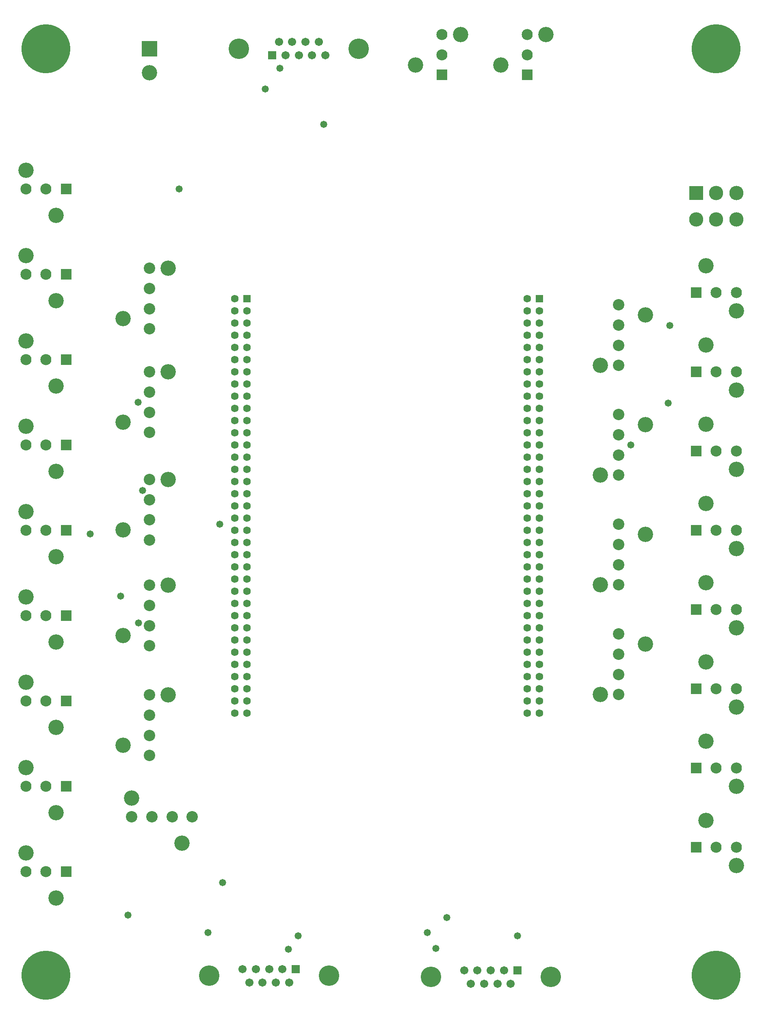
<source format=gbs>
G04*
G04 #@! TF.GenerationSoftware,Altium Limited,Altium Designer,21.8.1 (53)*
G04*
G04 Layer_Color=16711935*
%FSLAX44Y44*%
%MOMM*%
G71*
G04*
G04 #@! TF.SameCoordinates,803AB11E-904C-4F7A-9A81-77FAE9A3CB3A*
G04*
G04*
G04 #@! TF.FilePolarity,Negative*
G04*
G01*
G75*
%ADD31R,2.3032X2.3032*%
%ADD32C,2.3032*%
%ADD33C,3.2032*%
%ADD34C,2.3782*%
%ADD35C,2.9782*%
%ADD36R,2.9782X2.9782*%
%ADD37C,1.7112*%
%ADD38R,1.7112X1.7112*%
%ADD39C,4.2692*%
%ADD40R,3.2032X3.2032*%
%ADD41R,2.3032X2.3032*%
%ADD42C,10.2032*%
%ADD43R,1.5932X1.5932*%
%ADD44C,1.5932*%
%ADD45C,1.4732*%
D31*
X1456600Y368300D02*
D03*
Y533400D02*
D03*
Y698500D02*
D03*
Y863600D02*
D03*
Y1028700D02*
D03*
Y1193800D02*
D03*
Y1358900D02*
D03*
Y1524000D02*
D03*
X143600Y1562100D02*
D03*
Y673100D02*
D03*
Y1384300D02*
D03*
Y850900D02*
D03*
Y495300D02*
D03*
Y1028700D02*
D03*
Y1739900D02*
D03*
Y1206500D02*
D03*
Y317500D02*
D03*
D32*
X1498600Y368300D02*
D03*
X1540600D02*
D03*
X1498600Y533400D02*
D03*
X1540600D02*
D03*
X1498600Y698500D02*
D03*
X1540600D02*
D03*
X1498600Y863600D02*
D03*
X1540600D02*
D03*
Y1028700D02*
D03*
X1498600D02*
D03*
Y1193800D02*
D03*
X1540600D02*
D03*
X1498600Y1358900D02*
D03*
X1540600D02*
D03*
X1498600Y1524000D02*
D03*
X1540600D02*
D03*
X927100Y2061300D02*
D03*
Y2019300D02*
D03*
X1104900D02*
D03*
Y2061300D02*
D03*
X59600Y1562100D02*
D03*
X101600D02*
D03*
X59600Y673100D02*
D03*
X101600D02*
D03*
X59600Y1384300D02*
D03*
X101600D02*
D03*
X59600Y850900D02*
D03*
X101600D02*
D03*
X59600Y495300D02*
D03*
X101600D02*
D03*
X59600Y1028700D02*
D03*
X101600D02*
D03*
X59600Y1739900D02*
D03*
X101600D02*
D03*
X59600Y1206500D02*
D03*
X101600D02*
D03*
X59600Y317500D02*
D03*
X101600D02*
D03*
D33*
X1477600Y423800D02*
D03*
X1540600Y329800D02*
D03*
X1477600Y588900D02*
D03*
X1540600Y494900D02*
D03*
X1477600Y754000D02*
D03*
X1540600Y660000D02*
D03*
X1350900Y791300D02*
D03*
X1256900Y686300D02*
D03*
X1477600Y919100D02*
D03*
X1540600Y825100D02*
D03*
X1350900Y1019900D02*
D03*
X1256900Y914900D02*
D03*
X1540600Y990200D02*
D03*
X1477600Y1084200D02*
D03*
X1350900Y1248500D02*
D03*
X1256900Y1143500D02*
D03*
X1477600Y1249300D02*
D03*
X1540600Y1155300D02*
D03*
X1350900Y1477100D02*
D03*
X1256900Y1372100D02*
D03*
X1477600Y1414400D02*
D03*
X1540600Y1320400D02*
D03*
X1477600Y1579500D02*
D03*
X1540600Y1485500D02*
D03*
X317500Y1981600D02*
D03*
X965600Y2061300D02*
D03*
X871600Y1998300D02*
D03*
X1049400D02*
D03*
X1143400Y2061300D02*
D03*
X356000Y1574300D02*
D03*
X262000Y1469300D02*
D03*
X59600Y1600600D02*
D03*
X122600Y1506600D02*
D03*
X280400Y470300D02*
D03*
X385400Y376300D02*
D03*
X59600Y711600D02*
D03*
X122600Y617600D02*
D03*
X356000Y1358400D02*
D03*
X262000Y1253400D02*
D03*
X356000Y913900D02*
D03*
X262000Y808900D02*
D03*
X59600Y1422800D02*
D03*
X122600Y1328800D02*
D03*
X59600Y889400D02*
D03*
X122600Y795400D02*
D03*
X59600Y533800D02*
D03*
X122600Y439800D02*
D03*
X59600Y1067200D02*
D03*
X122600Y973200D02*
D03*
X59600Y1778400D02*
D03*
X122600Y1684400D02*
D03*
X59600Y1245000D02*
D03*
X122600Y1151000D02*
D03*
X59600Y356000D02*
D03*
X122600Y262000D02*
D03*
X356000Y685300D02*
D03*
X262000Y580300D02*
D03*
X356000Y1134200D02*
D03*
X262000Y1029200D02*
D03*
D34*
X1295400Y812300D02*
D03*
Y770300D02*
D03*
Y728300D02*
D03*
Y686300D02*
D03*
Y1040900D02*
D03*
Y998900D02*
D03*
Y956900D02*
D03*
Y914900D02*
D03*
Y1269500D02*
D03*
Y1227500D02*
D03*
Y1185500D02*
D03*
Y1143500D02*
D03*
Y1498100D02*
D03*
Y1456100D02*
D03*
Y1414100D02*
D03*
Y1372100D02*
D03*
X317500Y1574300D02*
D03*
Y1532300D02*
D03*
Y1490300D02*
D03*
Y1448300D02*
D03*
X280400Y431800D02*
D03*
X322400D02*
D03*
X364400D02*
D03*
X406400D02*
D03*
X317500Y1358400D02*
D03*
Y1316400D02*
D03*
Y1274400D02*
D03*
Y1232400D02*
D03*
Y913900D02*
D03*
Y871900D02*
D03*
Y829900D02*
D03*
Y787900D02*
D03*
Y685300D02*
D03*
Y643300D02*
D03*
Y601300D02*
D03*
Y559300D02*
D03*
Y1134200D02*
D03*
Y1092200D02*
D03*
Y1050200D02*
D03*
Y1008200D02*
D03*
D35*
X1540600Y1676400D02*
D03*
X1498600D02*
D03*
X1456600D02*
D03*
X1498600Y1731400D02*
D03*
X1540600D02*
D03*
D36*
X1456600D02*
D03*
D37*
X511500Y114300D02*
D03*
X525350Y85900D02*
D03*
X539200Y114300D02*
D03*
X553050Y85900D02*
D03*
X566900Y114300D02*
D03*
X580750Y85900D02*
D03*
X594600Y114300D02*
D03*
X608450Y85900D02*
D03*
X684050Y2017800D02*
D03*
X670200Y2046200D02*
D03*
X656350Y2017800D02*
D03*
X642500Y2046200D02*
D03*
X628650Y2017800D02*
D03*
X614800Y2046200D02*
D03*
X600950Y2017800D02*
D03*
X587100Y2046200D02*
D03*
X973300Y111760D02*
D03*
X987150Y83360D02*
D03*
X1001000Y111760D02*
D03*
X1014850Y83360D02*
D03*
X1028700Y111760D02*
D03*
X1042550Y83360D02*
D03*
X1056400Y111760D02*
D03*
X1070250Y83360D02*
D03*
D38*
X622300Y114300D02*
D03*
X573250Y2017800D02*
D03*
X1084100Y111760D02*
D03*
D39*
X441950Y100100D02*
D03*
X691850D02*
D03*
X753600Y2032000D02*
D03*
X503700D02*
D03*
X903750Y97560D02*
D03*
X1153650D02*
D03*
D40*
X317500Y2031600D02*
D03*
D41*
X927100Y1977300D02*
D03*
X1104900D02*
D03*
D42*
X101600Y2032000D02*
D03*
X1498600Y101600D02*
D03*
Y2032000D02*
D03*
X101600Y101600D02*
D03*
D43*
X520700Y1511300D02*
D03*
X1130300D02*
D03*
D44*
X495300D02*
D03*
X520700Y1485900D02*
D03*
X495300D02*
D03*
X520700Y1460500D02*
D03*
X495300D02*
D03*
X520700Y1435100D02*
D03*
X495300D02*
D03*
X520700Y1409700D02*
D03*
X495300D02*
D03*
X520700Y1384300D02*
D03*
X495300D02*
D03*
X520700Y1358900D02*
D03*
X495300D02*
D03*
X520700Y1333500D02*
D03*
X495300D02*
D03*
X520700Y1308100D02*
D03*
X495300D02*
D03*
X520700Y1282700D02*
D03*
X495300D02*
D03*
X520700Y1257300D02*
D03*
X495300D02*
D03*
X520700Y1231900D02*
D03*
X495300D02*
D03*
X520700Y1206500D02*
D03*
X495300D02*
D03*
X520700Y1181100D02*
D03*
X495300D02*
D03*
X520700Y1155700D02*
D03*
X495300D02*
D03*
X520700Y1130300D02*
D03*
X495300D02*
D03*
X520700Y1104900D02*
D03*
X495300D02*
D03*
X520700Y1079500D02*
D03*
X495300D02*
D03*
X520700Y1054100D02*
D03*
X495300D02*
D03*
X520700Y1028700D02*
D03*
X495300D02*
D03*
X520700Y1003300D02*
D03*
X495300D02*
D03*
X520700Y977900D02*
D03*
X495300D02*
D03*
X520700Y952500D02*
D03*
X495300D02*
D03*
X520700Y927100D02*
D03*
X495300D02*
D03*
X520700Y901700D02*
D03*
X495300D02*
D03*
X520700Y876300D02*
D03*
X495300D02*
D03*
X520700Y850900D02*
D03*
X495300D02*
D03*
X520700Y825500D02*
D03*
X495300D02*
D03*
X520700Y800100D02*
D03*
X495300D02*
D03*
X520700Y774700D02*
D03*
X495300D02*
D03*
X520700Y749300D02*
D03*
X495300D02*
D03*
X520700Y723900D02*
D03*
X495300D02*
D03*
X520700Y698500D02*
D03*
X495300D02*
D03*
X520700Y673100D02*
D03*
X495300D02*
D03*
X520700Y647700D02*
D03*
X495300D02*
D03*
X1104900D02*
D03*
X1130300D02*
D03*
X1104900Y673100D02*
D03*
X1130300D02*
D03*
X1104900Y698500D02*
D03*
X1130300D02*
D03*
X1104900Y723900D02*
D03*
X1130300D02*
D03*
X1104900Y749300D02*
D03*
X1130300D02*
D03*
X1104900Y774700D02*
D03*
X1130300D02*
D03*
X1104900Y800100D02*
D03*
X1130300D02*
D03*
X1104900Y825500D02*
D03*
X1130300D02*
D03*
X1104900Y850900D02*
D03*
X1130300D02*
D03*
X1104900Y876300D02*
D03*
X1130300D02*
D03*
X1104900Y901700D02*
D03*
X1130300D02*
D03*
X1104900Y927100D02*
D03*
X1130300D02*
D03*
X1104900Y952500D02*
D03*
X1130300D02*
D03*
X1104900Y977900D02*
D03*
X1130300D02*
D03*
X1104900Y1003300D02*
D03*
X1130300D02*
D03*
X1104900Y1028700D02*
D03*
X1130300D02*
D03*
X1104900Y1054100D02*
D03*
X1130300D02*
D03*
X1104900Y1079500D02*
D03*
X1130300D02*
D03*
X1104900Y1104900D02*
D03*
X1130300D02*
D03*
X1104900Y1130300D02*
D03*
X1130300D02*
D03*
X1104900Y1155700D02*
D03*
X1130300D02*
D03*
X1104900Y1181100D02*
D03*
X1130300D02*
D03*
X1104900Y1206500D02*
D03*
X1130300D02*
D03*
X1104900Y1231900D02*
D03*
X1130300D02*
D03*
X1104900Y1257300D02*
D03*
X1130300D02*
D03*
X1104900Y1282700D02*
D03*
X1130300D02*
D03*
X1104900Y1308100D02*
D03*
X1130300D02*
D03*
X1104900Y1333500D02*
D03*
X1130300D02*
D03*
X1104900Y1358900D02*
D03*
X1130300D02*
D03*
X1104900Y1384300D02*
D03*
X1130300D02*
D03*
X1104900Y1409700D02*
D03*
X1130300D02*
D03*
X1104900Y1435100D02*
D03*
X1130300D02*
D03*
X1104900Y1460500D02*
D03*
X1130300D02*
D03*
X1104900Y1485900D02*
D03*
X1130300D02*
D03*
X1104900Y1511300D02*
D03*
D45*
X257556Y891032D02*
D03*
X293624Y1294892D02*
D03*
X379476Y1739900D02*
D03*
X193548Y1020572D02*
D03*
X302514Y1111504D02*
D03*
X463804Y1041400D02*
D03*
X294640Y835660D02*
D03*
X272632Y226568D02*
D03*
X937060Y221469D02*
D03*
X896620Y190500D02*
D03*
X1084580Y183896D02*
D03*
X626872D02*
D03*
X914400Y157480D02*
D03*
X439420Y190500D02*
D03*
X607060Y155194D02*
D03*
X469900Y294640D02*
D03*
X680720Y1874520D02*
D03*
X589280Y1991360D02*
D03*
X558800Y1948180D02*
D03*
X1402207Y1455293D02*
D03*
X1398778Y1293622D02*
D03*
X1320800Y1206500D02*
D03*
M02*

</source>
